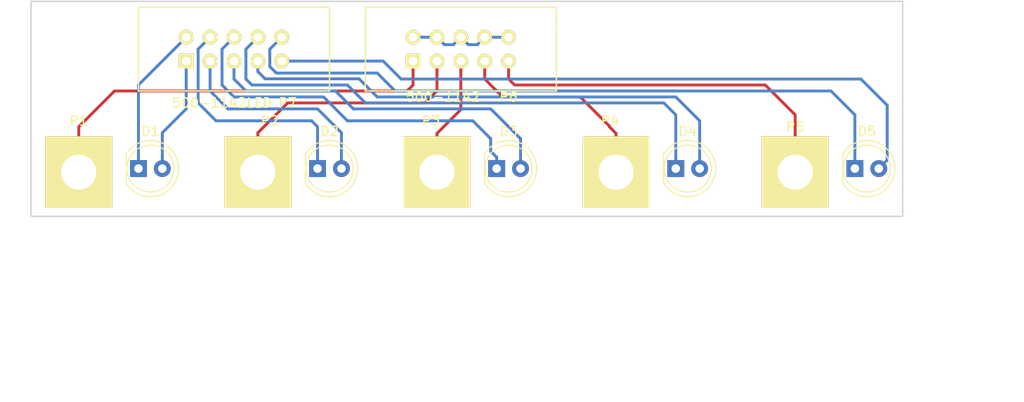
<source format=kicad_pcb>
(kicad_pcb (version 20171130) (host pcbnew "(5.0.2)-1")

  (general
    (thickness 1.6)
    (drawings 13)
    (tracks 96)
    (zones 0)
    (modules 12)
    (nets 17)
  )

  (page A)
  (title_block
    (title "Five Banana Jacks with LEDs")
  )

  (layers
    (0 F.Cu signal)
    (31 B.Cu signal)
    (32 B.Adhes user)
    (33 F.Adhes user)
    (34 B.Paste user)
    (35 F.Paste user)
    (36 B.SilkS user)
    (37 F.SilkS user)
    (38 B.Mask user)
    (39 F.Mask user)
    (40 Dwgs.User user)
    (41 Cmts.User user)
    (42 Eco1.User user)
    (43 Eco2.User user)
    (44 Edge.Cuts user)
    (45 Margin user)
    (46 B.CrtYd user)
    (47 F.CrtYd user)
    (48 B.Fab user)
    (49 F.Fab user)
  )

  (setup
    (last_trace_width 0.3048)
    (trace_clearance 0.3048)
    (zone_clearance 0.508)
    (zone_45_only no)
    (trace_min 0.2)
    (segment_width 0.2)
    (edge_width 0.15)
    (via_size 0.8)
    (via_drill 0.4)
    (via_min_size 0.4)
    (via_min_drill 0.3)
    (uvia_size 0.3)
    (uvia_drill 0.1)
    (uvias_allowed no)
    (uvia_min_size 0.2)
    (uvia_min_drill 0.1)
    (pcb_text_width 0.3)
    (pcb_text_size 1.5 1.5)
    (mod_edge_width 0.15)
    (mod_text_size 1 1)
    (mod_text_width 0.15)
    (pad_size 1.524 1.524)
    (pad_drill 0.762)
    (pad_to_mask_clearance 0.051)
    (solder_mask_min_width 0.25)
    (aux_axis_origin 0 0)
    (visible_elements FFFFFF7F)
    (pcbplotparams
      (layerselection 0x010f0_ffffffff)
      (usegerberextensions false)
      (usegerberattributes false)
      (usegerberadvancedattributes false)
      (creategerberjobfile false)
      (excludeedgelayer true)
      (linewidth 0.100000)
      (plotframeref false)
      (viasonmask false)
      (mode 1)
      (useauxorigin false)
      (hpglpennumber 1)
      (hpglpenspeed 20)
      (hpglpendiameter 15.000000)
      (psnegative false)
      (psa4output false)
      (plotreference true)
      (plotvalue true)
      (plotinvisibletext false)
      (padsonsilk false)
      (subtractmaskfromsilk false)
      (outputformat 1)
      (mirror false)
      (drillshape 0)
      (scaleselection 1)
      (outputdirectory "FAB/"))
  )

  (net 0 "")
  (net 1 "Net-(D1-Pad1)")
  (net 2 "Net-(D1-Pad2)")
  (net 3 "Net-(D2-Pad2)")
  (net 4 "Net-(D2-Pad1)")
  (net 5 "Net-(D3-Pad1)")
  (net 6 "Net-(D3-Pad2)")
  (net 7 "Net-(D4-Pad2)")
  (net 8 "Net-(D4-Pad1)")
  (net 9 "Net-(D5-Pad1)")
  (net 10 "Net-(D5-Pad2)")
  (net 11 "Net-(P1-Pad1)")
  (net 12 "Net-(P2-Pad1)")
  (net 13 "Net-(P3-Pad1)")
  (net 14 "Net-(P4-Pad1)")
  (net 15 "Net-(P5-Pad1)")
  (net 16 "Net-(P6-Pad10)")

  (net_class Default "This is the default net class."
    (clearance 0.3048)
    (trace_width 0.3048)
    (via_dia 0.8)
    (via_drill 0.4)
    (uvia_dia 0.3)
    (uvia_drill 0.1)
    (add_net "Net-(D1-Pad1)")
    (add_net "Net-(D1-Pad2)")
    (add_net "Net-(D2-Pad1)")
    (add_net "Net-(D2-Pad2)")
    (add_net "Net-(D3-Pad1)")
    (add_net "Net-(D3-Pad2)")
    (add_net "Net-(D4-Pad1)")
    (add_net "Net-(D4-Pad2)")
    (add_net "Net-(D5-Pad1)")
    (add_net "Net-(D5-Pad2)")
    (add_net "Net-(P1-Pad1)")
    (add_net "Net-(P2-Pad1)")
    (add_net "Net-(P3-Pad1)")
    (add_net "Net-(P4-Pad1)")
    (add_net "Net-(P5-Pad1)")
    (add_net "Net-(P6-Pad10)")
  )

  (module FootPrints:LED_5.0mm (layer F.Cu) (tedit 58A0C566) (tstamp 5C2C3F2A)
    (at 82.55 90.17)
    (descr "LED, diameter 5.0mm, 2 pins, http://cdn-reichelt.de/documents/datenblatt/A500/LL-504BC2E-009.pdf")
    (tags "LED diameter 5.0mm 2 pins")
    (path /5C2CE914)
    (fp_text reference D1 (at 1.27 -3.96) (layer F.SilkS)
      (effects (font (size 1 1) (thickness 0.15)))
    )
    (fp_text value LED_ALT (at 1.27 3.96) (layer F.Fab)
      (effects (font (size 1 1) (thickness 0.15)))
    )
    (fp_arc (start 1.27 0) (end -1.23 -1.469694) (angle 299.1) (layer F.Fab) (width 0.1))
    (fp_arc (start 1.27 0) (end -1.29 -1.54483) (angle 148.9) (layer F.SilkS) (width 0.12))
    (fp_arc (start 1.27 0) (end -1.29 1.54483) (angle -148.9) (layer F.SilkS) (width 0.12))
    (fp_circle (center 1.27 0) (end 3.77 0) (layer F.Fab) (width 0.1))
    (fp_circle (center 1.27 0) (end 3.77 0) (layer F.SilkS) (width 0.12))
    (fp_line (start -1.23 -1.469694) (end -1.23 1.469694) (layer F.Fab) (width 0.1))
    (fp_line (start -1.29 -1.545) (end -1.29 1.545) (layer F.SilkS) (width 0.12))
    (fp_line (start -1.95 -3.25) (end -1.95 3.25) (layer F.CrtYd) (width 0.05))
    (fp_line (start -1.95 3.25) (end 4.5 3.25) (layer F.CrtYd) (width 0.05))
    (fp_line (start 4.5 3.25) (end 4.5 -3.25) (layer F.CrtYd) (width 0.05))
    (fp_line (start 4.5 -3.25) (end -1.95 -3.25) (layer F.CrtYd) (width 0.05))
    (pad 1 thru_hole rect (at 0 0) (size 1.8 1.8) (drill 0.9144) (layers *.Cu *.Mask)
      (net 1 "Net-(D1-Pad1)"))
    (pad 2 thru_hole circle (at 2.54 0) (size 1.8 1.8) (drill 0.9144) (layers *.Cu *.Mask)
      (net 2 "Net-(D1-Pad2)"))
    (model LEDs.3dshapes/LED_D5.0mm.wrl
      (at (xyz 0 0 0))
      (scale (xyz 0.393701 0.393701 0.393701))
      (rotate (xyz 0 0 0))
    )
  )

  (module FootPrints:LED_5.0mm (layer F.Cu) (tedit 58A0C566) (tstamp 5C2C3F3B)
    (at 101.6 90.17)
    (descr "LED, diameter 5.0mm, 2 pins, http://cdn-reichelt.de/documents/datenblatt/A500/LL-504BC2E-009.pdf")
    (tags "LED diameter 5.0mm 2 pins")
    (path /5C2CEA54)
    (fp_text reference D2 (at 1.27 -3.96) (layer F.SilkS)
      (effects (font (size 1 1) (thickness 0.15)))
    )
    (fp_text value LED_ALT (at 1.27 3.96) (layer F.Fab)
      (effects (font (size 1 1) (thickness 0.15)))
    )
    (fp_line (start 4.5 -3.25) (end -1.95 -3.25) (layer F.CrtYd) (width 0.05))
    (fp_line (start 4.5 3.25) (end 4.5 -3.25) (layer F.CrtYd) (width 0.05))
    (fp_line (start -1.95 3.25) (end 4.5 3.25) (layer F.CrtYd) (width 0.05))
    (fp_line (start -1.95 -3.25) (end -1.95 3.25) (layer F.CrtYd) (width 0.05))
    (fp_line (start -1.29 -1.545) (end -1.29 1.545) (layer F.SilkS) (width 0.12))
    (fp_line (start -1.23 -1.469694) (end -1.23 1.469694) (layer F.Fab) (width 0.1))
    (fp_circle (center 1.27 0) (end 3.77 0) (layer F.SilkS) (width 0.12))
    (fp_circle (center 1.27 0) (end 3.77 0) (layer F.Fab) (width 0.1))
    (fp_arc (start 1.27 0) (end -1.29 1.54483) (angle -148.9) (layer F.SilkS) (width 0.12))
    (fp_arc (start 1.27 0) (end -1.29 -1.54483) (angle 148.9) (layer F.SilkS) (width 0.12))
    (fp_arc (start 1.27 0) (end -1.23 -1.469694) (angle 299.1) (layer F.Fab) (width 0.1))
    (pad 2 thru_hole circle (at 2.54 0) (size 1.8 1.8) (drill 0.9144) (layers *.Cu *.Mask)
      (net 3 "Net-(D2-Pad2)"))
    (pad 1 thru_hole rect (at 0 0) (size 1.8 1.8) (drill 0.9144) (layers *.Cu *.Mask)
      (net 4 "Net-(D2-Pad1)"))
    (model LEDs.3dshapes/LED_D5.0mm.wrl
      (at (xyz 0 0 0))
      (scale (xyz 0.393701 0.393701 0.393701))
      (rotate (xyz 0 0 0))
    )
  )

  (module FootPrints:LED_5.0mm (layer F.Cu) (tedit 58A0C566) (tstamp 5C2C3F4C)
    (at 120.65 90.17)
    (descr "LED, diameter 5.0mm, 2 pins, http://cdn-reichelt.de/documents/datenblatt/A500/LL-504BC2E-009.pdf")
    (tags "LED diameter 5.0mm 2 pins")
    (path /5C2D0969)
    (fp_text reference D3 (at 1.27 -3.96) (layer F.SilkS)
      (effects (font (size 1 1) (thickness 0.15)))
    )
    (fp_text value LED_ALT (at 1.27 3.96) (layer F.Fab)
      (effects (font (size 1 1) (thickness 0.15)))
    )
    (fp_arc (start 1.27 0) (end -1.23 -1.469694) (angle 299.1) (layer F.Fab) (width 0.1))
    (fp_arc (start 1.27 0) (end -1.29 -1.54483) (angle 148.9) (layer F.SilkS) (width 0.12))
    (fp_arc (start 1.27 0) (end -1.29 1.54483) (angle -148.9) (layer F.SilkS) (width 0.12))
    (fp_circle (center 1.27 0) (end 3.77 0) (layer F.Fab) (width 0.1))
    (fp_circle (center 1.27 0) (end 3.77 0) (layer F.SilkS) (width 0.12))
    (fp_line (start -1.23 -1.469694) (end -1.23 1.469694) (layer F.Fab) (width 0.1))
    (fp_line (start -1.29 -1.545) (end -1.29 1.545) (layer F.SilkS) (width 0.12))
    (fp_line (start -1.95 -3.25) (end -1.95 3.25) (layer F.CrtYd) (width 0.05))
    (fp_line (start -1.95 3.25) (end 4.5 3.25) (layer F.CrtYd) (width 0.05))
    (fp_line (start 4.5 3.25) (end 4.5 -3.25) (layer F.CrtYd) (width 0.05))
    (fp_line (start 4.5 -3.25) (end -1.95 -3.25) (layer F.CrtYd) (width 0.05))
    (pad 1 thru_hole rect (at 0 0) (size 1.8 1.8) (drill 0.9144) (layers *.Cu *.Mask)
      (net 5 "Net-(D3-Pad1)"))
    (pad 2 thru_hole circle (at 2.54 0) (size 1.8 1.8) (drill 0.9144) (layers *.Cu *.Mask)
      (net 6 "Net-(D3-Pad2)"))
    (model LEDs.3dshapes/LED_D5.0mm.wrl
      (at (xyz 0 0 0))
      (scale (xyz 0.393701 0.393701 0.393701))
      (rotate (xyz 0 0 0))
    )
  )

  (module FootPrints:LED_5.0mm (layer F.Cu) (tedit 58A0C566) (tstamp 5C2C3F5D)
    (at 139.7 90.17)
    (descr "LED, diameter 5.0mm, 2 pins, http://cdn-reichelt.de/documents/datenblatt/A500/LL-504BC2E-009.pdf")
    (tags "LED diameter 5.0mm 2 pins")
    (path /5C2D0A37)
    (fp_text reference D4 (at 1.27 -3.96) (layer F.SilkS)
      (effects (font (size 1 1) (thickness 0.15)))
    )
    (fp_text value LED_ALT (at 1.27 3.96) (layer F.Fab)
      (effects (font (size 1 1) (thickness 0.15)))
    )
    (fp_line (start 4.5 -3.25) (end -1.95 -3.25) (layer F.CrtYd) (width 0.05))
    (fp_line (start 4.5 3.25) (end 4.5 -3.25) (layer F.CrtYd) (width 0.05))
    (fp_line (start -1.95 3.25) (end 4.5 3.25) (layer F.CrtYd) (width 0.05))
    (fp_line (start -1.95 -3.25) (end -1.95 3.25) (layer F.CrtYd) (width 0.05))
    (fp_line (start -1.29 -1.545) (end -1.29 1.545) (layer F.SilkS) (width 0.12))
    (fp_line (start -1.23 -1.469694) (end -1.23 1.469694) (layer F.Fab) (width 0.1))
    (fp_circle (center 1.27 0) (end 3.77 0) (layer F.SilkS) (width 0.12))
    (fp_circle (center 1.27 0) (end 3.77 0) (layer F.Fab) (width 0.1))
    (fp_arc (start 1.27 0) (end -1.29 1.54483) (angle -148.9) (layer F.SilkS) (width 0.12))
    (fp_arc (start 1.27 0) (end -1.29 -1.54483) (angle 148.9) (layer F.SilkS) (width 0.12))
    (fp_arc (start 1.27 0) (end -1.23 -1.469694) (angle 299.1) (layer F.Fab) (width 0.1))
    (pad 2 thru_hole circle (at 2.54 0) (size 1.8 1.8) (drill 0.9144) (layers *.Cu *.Mask)
      (net 7 "Net-(D4-Pad2)"))
    (pad 1 thru_hole rect (at 0 0) (size 1.8 1.8) (drill 0.9144) (layers *.Cu *.Mask)
      (net 8 "Net-(D4-Pad1)"))
    (model LEDs.3dshapes/LED_D5.0mm.wrl
      (at (xyz 0 0 0))
      (scale (xyz 0.393701 0.393701 0.393701))
      (rotate (xyz 0 0 0))
    )
  )

  (module FootPrints:LED_5.0mm (layer F.Cu) (tedit 58A0C566) (tstamp 5C2C3F6E)
    (at 158.75 90.17)
    (descr "LED, diameter 5.0mm, 2 pins, http://cdn-reichelt.de/documents/datenblatt/A500/LL-504BC2E-009.pdf")
    (tags "LED diameter 5.0mm 2 pins")
    (path /5C2D0A3D)
    (fp_text reference D5 (at 1.27 -3.96) (layer F.SilkS)
      (effects (font (size 1 1) (thickness 0.15)))
    )
    (fp_text value LED_ALT (at 1.27 3.96) (layer F.Fab)
      (effects (font (size 1 1) (thickness 0.15)))
    )
    (fp_arc (start 1.27 0) (end -1.23 -1.469694) (angle 299.1) (layer F.Fab) (width 0.1))
    (fp_arc (start 1.27 0) (end -1.29 -1.54483) (angle 148.9) (layer F.SilkS) (width 0.12))
    (fp_arc (start 1.27 0) (end -1.29 1.54483) (angle -148.9) (layer F.SilkS) (width 0.12))
    (fp_circle (center 1.27 0) (end 3.77 0) (layer F.Fab) (width 0.1))
    (fp_circle (center 1.27 0) (end 3.77 0) (layer F.SilkS) (width 0.12))
    (fp_line (start -1.23 -1.469694) (end -1.23 1.469694) (layer F.Fab) (width 0.1))
    (fp_line (start -1.29 -1.545) (end -1.29 1.545) (layer F.SilkS) (width 0.12))
    (fp_line (start -1.95 -3.25) (end -1.95 3.25) (layer F.CrtYd) (width 0.05))
    (fp_line (start -1.95 3.25) (end 4.5 3.25) (layer F.CrtYd) (width 0.05))
    (fp_line (start 4.5 3.25) (end 4.5 -3.25) (layer F.CrtYd) (width 0.05))
    (fp_line (start 4.5 -3.25) (end -1.95 -3.25) (layer F.CrtYd) (width 0.05))
    (pad 1 thru_hole rect (at 0 0) (size 1.8 1.8) (drill 0.9144) (layers *.Cu *.Mask)
      (net 9 "Net-(D5-Pad1)"))
    (pad 2 thru_hole circle (at 2.54 0) (size 1.8 1.8) (drill 0.9144) (layers *.Cu *.Mask)
      (net 10 "Net-(D5-Pad2)"))
    (model LEDs.3dshapes/LED_D5.0mm.wrl
      (at (xyz 0 0 0))
      (scale (xyz 0.393701 0.393701 0.393701))
      (rotate (xyz 0 0 0))
    )
  )

  (module FootPrints:KF2-256-TerminalPad (layer F.Cu) (tedit 58852654) (tstamp 5C2C3F73)
    (at 76.2 95.25)
    (path /5C2CE3EA)
    (fp_text reference P1 (at 0 -10.16) (layer F.SilkS)
      (effects (font (size 1 1) (thickness 0.15)))
    )
    (fp_text value PAD-KF2-256 (at 0 1.27) (layer F.Fab)
      (effects (font (size 1 1) (thickness 0.15)))
    )
    (pad 1 thru_hole rect (at 0 -4.699) (size 7.112 7.62) (drill 3.7338) (layers *.Cu *.Mask F.SilkS)
      (net 11 "Net-(P1-Pad1)"))
  )

  (module FootPrints:KF2-256-TerminalPad (layer F.Cu) (tedit 58852654) (tstamp 5C2C3F78)
    (at 95.25 95.25)
    (path /5C2CE501)
    (fp_text reference P2 (at 1.27 -10.16) (layer F.SilkS)
      (effects (font (size 1 1) (thickness 0.15)))
    )
    (fp_text value PAD-KF2-256 (at 0 1.27) (layer F.Fab)
      (effects (font (size 1 1) (thickness 0.15)))
    )
    (pad 1 thru_hole rect (at 0 -4.699) (size 7.112 7.62) (drill 3.7338) (layers *.Cu *.Mask F.SilkS)
      (net 12 "Net-(P2-Pad1)"))
  )

  (module FootPrints:KF2-256-TerminalPad (layer F.Cu) (tedit 58852654) (tstamp 5C2C3F7D)
    (at 114.3 95.25)
    (path /5C2CE519)
    (fp_text reference P3 (at -0.635 -10.16) (layer F.SilkS)
      (effects (font (size 1 1) (thickness 0.15)))
    )
    (fp_text value PAD-KF2-256 (at 0 1.27) (layer F.Fab)
      (effects (font (size 1 1) (thickness 0.15)))
    )
    (pad 1 thru_hole rect (at 0 -4.699) (size 7.112 7.62) (drill 3.7338) (layers *.Cu *.Mask F.SilkS)
      (net 13 "Net-(P3-Pad1)"))
  )

  (module FootPrints:KF2-256-TerminalPad (layer F.Cu) (tedit 58852654) (tstamp 5C2C3F82)
    (at 133.35 95.25)
    (path /5C2CE533)
    (fp_text reference P4 (at -0.635 -10.16) (layer F.SilkS)
      (effects (font (size 1 1) (thickness 0.15)))
    )
    (fp_text value PAD-KF2-256 (at 0 1.27) (layer F.Fab)
      (effects (font (size 1 1) (thickness 0.15)))
    )
    (pad 1 thru_hole rect (at 0 -4.699) (size 7.112 7.62) (drill 3.7338) (layers *.Cu *.Mask F.SilkS)
      (net 14 "Net-(P4-Pad1)"))
  )

  (module FootPrints:KF2-256-TerminalPad (layer F.Cu) (tedit 58852654) (tstamp 5C2C3F87)
    (at 152.4 95.25)
    (path /5C2CE54F)
    (fp_text reference P5 (at 0 -9.525) (layer F.SilkS)
      (effects (font (size 1 1) (thickness 0.15)))
    )
    (fp_text value PAD-KF2-256 (at 0 1.27) (layer F.Fab)
      (effects (font (size 1 1) (thickness 0.15)))
    )
    (pad 1 thru_hole rect (at 0 -4.699) (size 7.112 7.62) (drill 3.7338) (layers *.Cu *.Mask F.SilkS)
      (net 15 "Net-(P5-Pad1)"))
  )

  (module FootPrints:IDC5x2_Vert (layer F.Cu) (tedit 58C2383B) (tstamp 5C2C3F9D)
    (at 116.84 77.47 180)
    (path /5C2CB0D1)
    (fp_text reference P6 (at -5.08 -5.08 180) (layer F.SilkS)
      (effects (font (size 1 1) (thickness 0.15)))
    )
    (fp_text value 500-1142 (at 1.905 -5.08 180) (layer F.SilkS)
      (effects (font (size 1 1) (thickness 0.15)))
    )
    (fp_line (start 10.16 4.445) (end 10.16 2.54) (layer F.SilkS) (width 0.15))
    (fp_line (start -10.16 4.445) (end 10.16 4.445) (layer F.SilkS) (width 0.15))
    (fp_line (start -10.16 2.54) (end -10.16 4.445) (layer F.SilkS) (width 0.15))
    (fp_line (start 10.16 -4.445) (end 10.16 -2.54) (layer F.SilkS) (width 0.15))
    (fp_line (start -10.16 -4.445) (end 10.16 -4.445) (layer F.SilkS) (width 0.15))
    (fp_line (start -10.16 -2.54) (end -10.16 -4.445) (layer F.SilkS) (width 0.15))
    (fp_line (start -10.16 2.54) (end -10.16 -2.54) (layer F.SilkS) (width 0.15))
    (fp_line (start 10.16 -2.54) (end 10.16 2.54) (layer F.SilkS) (width 0.15))
    (pad 1 thru_hole rect (at 5.08 -1.27 180) (size 1.5748 1.5748) (drill 0.9144) (layers *.Cu *.Mask F.SilkS)
      (net 11 "Net-(P1-Pad1)"))
    (pad 2 thru_hole circle (at 5.08 1.27 180) (size 1.5748 1.5748) (drill 0.9144) (layers *.Cu *.Mask F.SilkS)
      (net 16 "Net-(P6-Pad10)"))
    (pad 3 thru_hole circle (at 2.54 -1.27 180) (size 1.5748 1.5748) (drill 0.9144) (layers *.Cu *.Mask F.SilkS)
      (net 12 "Net-(P2-Pad1)"))
    (pad 4 thru_hole circle (at 2.54 1.27 180) (size 1.5748 1.5748) (drill 0.9144) (layers *.Cu *.Mask F.SilkS)
      (net 16 "Net-(P6-Pad10)"))
    (pad 5 thru_hole circle (at 0 -1.27 180) (size 1.5748 1.5748) (drill 0.9144) (layers *.Cu *.Mask F.SilkS)
      (net 13 "Net-(P3-Pad1)"))
    (pad 6 thru_hole circle (at 0 1.27 180) (size 1.5748 1.5748) (drill 0.9144) (layers *.Cu *.Mask F.SilkS)
      (net 16 "Net-(P6-Pad10)"))
    (pad 7 thru_hole circle (at -2.54 -1.27 180) (size 1.5748 1.5748) (drill 0.9144) (layers *.Cu *.Mask F.SilkS)
      (net 14 "Net-(P4-Pad1)"))
    (pad 8 thru_hole circle (at -2.54 1.27 180) (size 1.5748 1.5748) (drill 0.9144) (layers *.Cu *.Mask F.SilkS)
      (net 16 "Net-(P6-Pad10)"))
    (pad 9 thru_hole circle (at -5.08 -1.27 180) (size 1.5748 1.5748) (drill 0.9144) (layers *.Cu *.Mask F.SilkS)
      (net 15 "Net-(P5-Pad1)"))
    (pad 10 thru_hole circle (at -5.08 1.27 180) (size 1.5748 1.5748) (drill 0.9144) (layers *.Cu *.Mask F.SilkS)
      (net 16 "Net-(P6-Pad10)"))
  )

  (module FootPrints:IDC5x2_Vert (layer F.Cu) (tedit 58C2383B) (tstamp 5C2C3FB3)
    (at 92.71 77.47 180)
    (path /5C2D37BC)
    (fp_text reference P7 (at -5.715 -5.715 180) (layer F.SilkS)
      (effects (font (size 1 1) (thickness 0.15)))
    )
    (fp_text value 500-1142LED (at 1.27 -5.715 180) (layer F.SilkS)
      (effects (font (size 1 1) (thickness 0.15)))
    )
    (fp_line (start 10.16 -2.54) (end 10.16 2.54) (layer F.SilkS) (width 0.15))
    (fp_line (start -10.16 2.54) (end -10.16 -2.54) (layer F.SilkS) (width 0.15))
    (fp_line (start -10.16 -2.54) (end -10.16 -4.445) (layer F.SilkS) (width 0.15))
    (fp_line (start -10.16 -4.445) (end 10.16 -4.445) (layer F.SilkS) (width 0.15))
    (fp_line (start 10.16 -4.445) (end 10.16 -2.54) (layer F.SilkS) (width 0.15))
    (fp_line (start -10.16 2.54) (end -10.16 4.445) (layer F.SilkS) (width 0.15))
    (fp_line (start -10.16 4.445) (end 10.16 4.445) (layer F.SilkS) (width 0.15))
    (fp_line (start 10.16 4.445) (end 10.16 2.54) (layer F.SilkS) (width 0.15))
    (pad 10 thru_hole circle (at -5.08 1.27 180) (size 1.5748 1.5748) (drill 0.9144) (layers *.Cu *.Mask F.SilkS)
      (net 9 "Net-(D5-Pad1)"))
    (pad 9 thru_hole circle (at -5.08 -1.27 180) (size 1.5748 1.5748) (drill 0.9144) (layers *.Cu *.Mask F.SilkS)
      (net 10 "Net-(D5-Pad2)"))
    (pad 8 thru_hole circle (at -2.54 1.27 180) (size 1.5748 1.5748) (drill 0.9144) (layers *.Cu *.Mask F.SilkS)
      (net 8 "Net-(D4-Pad1)"))
    (pad 7 thru_hole circle (at -2.54 -1.27 180) (size 1.5748 1.5748) (drill 0.9144) (layers *.Cu *.Mask F.SilkS)
      (net 7 "Net-(D4-Pad2)"))
    (pad 6 thru_hole circle (at 0 1.27 180) (size 1.5748 1.5748) (drill 0.9144) (layers *.Cu *.Mask F.SilkS)
      (net 5 "Net-(D3-Pad1)"))
    (pad 5 thru_hole circle (at 0 -1.27 180) (size 1.5748 1.5748) (drill 0.9144) (layers *.Cu *.Mask F.SilkS)
      (net 6 "Net-(D3-Pad2)"))
    (pad 4 thru_hole circle (at 2.54 1.27 180) (size 1.5748 1.5748) (drill 0.9144) (layers *.Cu *.Mask F.SilkS)
      (net 4 "Net-(D2-Pad1)"))
    (pad 3 thru_hole circle (at 2.54 -1.27 180) (size 1.5748 1.5748) (drill 0.9144) (layers *.Cu *.Mask F.SilkS)
      (net 3 "Net-(D2-Pad2)"))
    (pad 2 thru_hole circle (at 5.08 1.27 180) (size 1.5748 1.5748) (drill 0.9144) (layers *.Cu *.Mask F.SilkS)
      (net 1 "Net-(D1-Pad1)"))
    (pad 1 thru_hole rect (at 5.08 -1.27 180) (size 1.5748 1.5748) (drill 0.9144) (layers *.Cu *.Mask F.SilkS)
      (net 2 "Net-(D1-Pad2)"))
  )

  (dimension 22.86 (width 0.3) (layer F.Fab)
    (gr_text "0.9000 in" (at 174.82 83.82 270) (layer F.Fab)
      (effects (font (size 1.5 1.5) (thickness 0.3)))
    )
    (feature1 (pts (xy 165.1 95.25) (xy 173.306421 95.25)))
    (feature2 (pts (xy 165.1 72.39) (xy 173.306421 72.39)))
    (crossbar (pts (xy 172.72 72.39) (xy 172.72 95.25)))
    (arrow1a (pts (xy 172.72 95.25) (xy 172.133579 94.123496)))
    (arrow1b (pts (xy 172.72 95.25) (xy 173.306421 94.123496)))
    (arrow2a (pts (xy 172.72 72.39) (xy 172.133579 73.516504)))
    (arrow2b (pts (xy 172.72 72.39) (xy 173.306421 73.516504)))
  )
  (dimension 92.71 (width 0.3) (layer F.Fab)
    (gr_text "3.6500 in" (at 117.475 116.4) (layer F.Fab)
      (effects (font (size 1.5 1.5) (thickness 0.3)))
    )
    (feature1 (pts (xy 163.83 96.52) (xy 163.83 114.886421)))
    (feature2 (pts (xy 71.12 96.52) (xy 71.12 114.886421)))
    (crossbar (pts (xy 71.12 114.3) (xy 163.83 114.3)))
    (arrow1a (pts (xy 163.83 114.3) (xy 162.703496 114.886421)))
    (arrow1b (pts (xy 163.83 114.3) (xy 162.703496 113.713579)))
    (arrow2a (pts (xy 71.12 114.3) (xy 72.246504 114.886421)))
    (arrow2b (pts (xy 71.12 114.3) (xy 72.246504 113.713579)))
  )
  (dimension 11.43 (width 0.3) (layer F.Fab)
    (gr_text "0.4500 in" (at 158.115 107.51) (layer F.Fab)
      (effects (font (size 1.5 1.5) (thickness 0.3)))
    )
    (feature1 (pts (xy 163.83 96.52) (xy 163.83 105.996421)))
    (feature2 (pts (xy 152.4 96.52) (xy 152.4 105.996421)))
    (crossbar (pts (xy 152.4 105.41) (xy 163.83 105.41)))
    (arrow1a (pts (xy 163.83 105.41) (xy 162.703496 105.996421)))
    (arrow1b (pts (xy 163.83 105.41) (xy 162.703496 104.823579)))
    (arrow2a (pts (xy 152.4 105.41) (xy 153.526504 105.996421)))
    (arrow2b (pts (xy 152.4 105.41) (xy 153.526504 104.823579)))
  )
  (dimension 19.05 (width 0.3) (layer F.Fab)
    (gr_text "0.7500 in" (at 142.875 107.51) (layer F.Fab)
      (effects (font (size 1.5 1.5) (thickness 0.3)))
    )
    (feature1 (pts (xy 152.4 96.52) (xy 152.4 105.996421)))
    (feature2 (pts (xy 133.35 96.52) (xy 133.35 105.996421)))
    (crossbar (pts (xy 133.35 105.41) (xy 152.4 105.41)))
    (arrow1a (pts (xy 152.4 105.41) (xy 151.273496 105.996421)))
    (arrow1b (pts (xy 152.4 105.41) (xy 151.273496 104.823579)))
    (arrow2a (pts (xy 133.35 105.41) (xy 134.476504 105.996421)))
    (arrow2b (pts (xy 133.35 105.41) (xy 134.476504 104.823579)))
  )
  (dimension 19.05 (width 0.3) (layer F.Fab)
    (gr_text "0.7500 in" (at 123.825 107.51) (layer F.Fab)
      (effects (font (size 1.5 1.5) (thickness 0.3)))
    )
    (feature1 (pts (xy 133.35 96.52) (xy 133.35 105.996421)))
    (feature2 (pts (xy 114.3 96.52) (xy 114.3 105.996421)))
    (crossbar (pts (xy 114.3 105.41) (xy 133.35 105.41)))
    (arrow1a (pts (xy 133.35 105.41) (xy 132.223496 105.996421)))
    (arrow1b (pts (xy 133.35 105.41) (xy 132.223496 104.823579)))
    (arrow2a (pts (xy 114.3 105.41) (xy 115.426504 105.996421)))
    (arrow2b (pts (xy 114.3 105.41) (xy 115.426504 104.823579)))
  )
  (dimension 19.05 (width 0.3) (layer F.Fab)
    (gr_text "0.7500 in" (at 104.775 107.51) (layer F.Fab)
      (effects (font (size 1.5 1.5) (thickness 0.3)))
    )
    (feature1 (pts (xy 114.3 96.52) (xy 114.3 105.996421)))
    (feature2 (pts (xy 95.25 96.52) (xy 95.25 105.996421)))
    (crossbar (pts (xy 95.25 105.41) (xy 114.3 105.41)))
    (arrow1a (pts (xy 114.3 105.41) (xy 113.173496 105.996421)))
    (arrow1b (pts (xy 114.3 105.41) (xy 113.173496 104.823579)))
    (arrow2a (pts (xy 95.25 105.41) (xy 96.376504 105.996421)))
    (arrow2b (pts (xy 95.25 105.41) (xy 96.376504 104.823579)))
  )
  (dimension 19.05 (width 0.3) (layer F.Fab)
    (gr_text "0.7500 in" (at 85.725 107.51) (layer F.Fab)
      (effects (font (size 1.5 1.5) (thickness 0.3)))
    )
    (feature1 (pts (xy 95.25 97.79) (xy 95.25 105.996421)))
    (feature2 (pts (xy 76.2 97.79) (xy 76.2 105.996421)))
    (crossbar (pts (xy 76.2 105.41) (xy 95.25 105.41)))
    (arrow1a (pts (xy 95.25 105.41) (xy 94.123496 105.996421)))
    (arrow1b (pts (xy 95.25 105.41) (xy 94.123496 104.823579)))
    (arrow2a (pts (xy 76.2 105.41) (xy 77.326504 105.996421)))
    (arrow2b (pts (xy 76.2 105.41) (xy 77.326504 104.823579)))
  )
  (dimension 5.08 (width 0.3) (layer F.Fab)
    (gr_text "0.2000 in" (at 73.66 107.51) (layer F.Fab)
      (effects (font (size 1.5 1.5) (thickness 0.3)))
    )
    (feature1 (pts (xy 76.2 97.79) (xy 76.2 105.996421)))
    (feature2 (pts (xy 71.12 97.79) (xy 71.12 105.996421)))
    (crossbar (pts (xy 71.12 105.41) (xy 76.2 105.41)))
    (arrow1a (pts (xy 76.2 105.41) (xy 75.073496 105.996421)))
    (arrow1b (pts (xy 76.2 105.41) (xy 75.073496 104.823579)))
    (arrow2a (pts (xy 71.12 105.41) (xy 72.246504 105.996421)))
    (arrow2b (pts (xy 71.12 105.41) (xy 72.246504 104.823579)))
  )
  (gr_line (start 71.12 72.39) (end 71.12 95.25) (layer Edge.Cuts) (width 0.15))
  (gr_line (start 72.39 72.39) (end 71.12 72.39) (layer Edge.Cuts) (width 0.15))
  (gr_line (start 163.83 72.39) (end 72.39 72.39) (layer Edge.Cuts) (width 0.15))
  (gr_line (start 163.83 95.25) (end 163.83 72.39) (layer Edge.Cuts) (width 0.15))
  (gr_line (start 71.12 95.25) (end 163.83 95.25) (layer Edge.Cuts) (width 0.15))

  (segment (start 82.55 81.28) (end 82.55 90.17) (width 0.3048) (layer B.Cu) (net 1))
  (segment (start 87.63 76.2) (end 82.55 81.28) (width 0.3048) (layer B.Cu) (net 1))
  (segment (start 85.09 86.36) (end 85.09 90.17) (width 0.3048) (layer B.Cu) (net 2))
  (segment (start 87.63 78.74) (end 87.63 83.82) (width 0.3048) (layer B.Cu) (net 2))
  (segment (start 87.63 83.82) (end 85.09 86.36) (width 0.3048) (layer B.Cu) (net 2))
  (segment (start 104.14 90.17) (end 104.14 86.36) (width 0.3048) (layer B.Cu) (net 3))
  (segment (start 104.14 86.36) (end 101.6 83.82) (width 0.3048) (layer B.Cu) (net 3))
  (segment (start 101.6 83.82) (end 92.075 83.82) (width 0.3048) (layer B.Cu) (net 3))
  (segment (start 92.075 83.82) (end 90.17 81.915) (width 0.3048) (layer B.Cu) (net 3))
  (segment (start 90.17 81.915) (end 90.17 78.74) (width 0.3048) (layer B.Cu) (net 3))
  (segment (start 88.9 77.47) (end 90.17 76.2) (width 0.3048) (layer B.Cu) (net 4))
  (segment (start 88.9 83.185) (end 88.9 77.47) (width 0.3048) (layer B.Cu) (net 4))
  (segment (start 90.805 85.09) (end 88.9 83.185) (width 0.3048) (layer B.Cu) (net 4))
  (segment (start 100.965 85.09) (end 90.805 85.09) (width 0.3048) (layer B.Cu) (net 4))
  (segment (start 101.6 90.17) (end 101.6 85.725) (width 0.3048) (layer B.Cu) (net 4))
  (segment (start 101.6 85.725) (end 100.965 85.09) (width 0.3048) (layer B.Cu) (net 4))
  (segment (start 120.65 88.9652) (end 120.015 88.3302) (width 0.3048) (layer B.Cu) (net 5))
  (segment (start 120.65 90.17) (end 120.65 88.9652) (width 0.3048) (layer B.Cu) (net 5))
  (segment (start 120.015 88.3302) (end 120.015 86.995) (width 0.3048) (layer B.Cu) (net 5))
  (segment (start 120.015 86.995) (end 118.11 85.09) (width 0.3048) (layer B.Cu) (net 5))
  (segment (start 118.11 85.09) (end 104.775 85.09) (width 0.3048) (layer B.Cu) (net 5))
  (segment (start 104.775 85.09) (end 102.235 82.55) (width 0.3048) (layer B.Cu) (net 5))
  (segment (start 102.235 82.55) (end 92.71 82.55) (width 0.3048) (layer B.Cu) (net 5))
  (segment (start 92.71 82.55) (end 91.44 81.28) (width 0.3048) (layer B.Cu) (net 5))
  (segment (start 91.44 81.28) (end 91.44 77.47) (width 0.3048) (layer B.Cu) (net 5))
  (segment (start 91.44 77.47) (end 92.71 76.2) (width 0.3048) (layer B.Cu) (net 5))
  (segment (start 92.71 80.645) (end 92.71 78.74) (width 0.3048) (layer B.Cu) (net 6))
  (segment (start 123.19 86.995) (end 120.015 83.82) (width 0.3048) (layer B.Cu) (net 6))
  (segment (start 123.19 90.17) (end 123.19 86.995) (width 0.3048) (layer B.Cu) (net 6))
  (segment (start 120.015 83.82) (end 105.41 83.82) (width 0.3048) (layer B.Cu) (net 6))
  (segment (start 105.41 83.82) (end 103.505 81.915) (width 0.3048) (layer B.Cu) (net 6))
  (segment (start 103.505 81.915) (end 93.98 81.915) (width 0.3048) (layer B.Cu) (net 6))
  (segment (start 93.98 81.915) (end 92.71 80.645) (width 0.3048) (layer B.Cu) (net 6))
  (segment (start 142.24 85.09) (end 139.7 82.55) (width 0.3048) (layer B.Cu) (net 7))
  (segment (start 95.25 79.853551) (end 95.25 78.74) (width 0.3048) (layer B.Cu) (net 7))
  (segment (start 96.016059 80.61961) (end 95.25 79.853551) (width 0.3048) (layer B.Cu) (net 7))
  (segment (start 106.01961 80.61961) (end 96.016059 80.61961) (width 0.3048) (layer B.Cu) (net 7))
  (segment (start 107.95 82.55) (end 106.01961 80.61961) (width 0.3048) (layer B.Cu) (net 7))
  (segment (start 139.7 82.55) (end 107.95 82.55) (width 0.3048) (layer B.Cu) (net 7))
  (segment (start 142.24 90.17) (end 142.24 85.09) (width 0.3048) (layer B.Cu) (net 7))
  (segment (start 139.7 84.455) (end 139.7 90.17) (width 0.3048) (layer B.Cu) (net 8))
  (segment (start 138.43 83.185) (end 139.7 84.455) (width 0.3048) (layer B.Cu) (net 8))
  (segment (start 95.25 76.2) (end 93.98 77.47) (width 0.3048) (layer B.Cu) (net 8))
  (segment (start 93.98 80.645) (end 94.615 81.28) (width 0.3048) (layer B.Cu) (net 8))
  (segment (start 94.615 81.28) (end 104.775 81.28) (width 0.3048) (layer B.Cu) (net 8))
  (segment (start 93.98 77.47) (end 93.98 80.645) (width 0.3048) (layer B.Cu) (net 8))
  (segment (start 104.775 81.28) (end 106.68 83.185) (width 0.3048) (layer B.Cu) (net 8))
  (segment (start 106.68 83.185) (end 138.43 83.185) (width 0.3048) (layer B.Cu) (net 8))
  (segment (start 97.21799 80.01) (end 96.52 79.31201) (width 0.3048) (layer B.Cu) (net 9))
  (segment (start 107.95 80.01) (end 97.21799 80.01) (width 0.3048) (layer B.Cu) (net 9))
  (segment (start 158.75 84.455) (end 156.21 81.915) (width 0.3048) (layer B.Cu) (net 9))
  (segment (start 109.855 81.915) (end 107.95 80.01) (width 0.3048) (layer B.Cu) (net 9))
  (segment (start 156.21 81.915) (end 109.855 81.915) (width 0.3048) (layer B.Cu) (net 9))
  (segment (start 158.75 90.17) (end 158.75 84.455) (width 0.3048) (layer B.Cu) (net 9))
  (segment (start 96.52 79.31201) (end 96.52 77.47) (width 0.3048) (layer B.Cu) (net 9))
  (segment (start 96.52 77.47) (end 97.79 76.2) (width 0.3048) (layer B.Cu) (net 9))
  (segment (start 162.189999 89.270001) (end 162.189999 83.449999) (width 0.3048) (layer B.Cu) (net 10))
  (segment (start 161.29 90.17) (end 162.189999 89.270001) (width 0.3048) (layer B.Cu) (net 10))
  (segment (start 162.189999 83.449999) (end 159.385 80.645) (width 0.3048) (layer B.Cu) (net 10))
  (segment (start 159.385 80.645) (end 110.49 80.645) (width 0.3048) (layer B.Cu) (net 10))
  (segment (start 110.49 80.645) (end 108.585 78.74) (width 0.3048) (layer B.Cu) (net 10))
  (segment (start 108.585 78.74) (end 97.79 78.74) (width 0.3048) (layer B.Cu) (net 10))
  (segment (start 111.76 81.28) (end 111.76 78.74) (width 0.3048) (layer F.Cu) (net 11))
  (segment (start 111.125 81.915) (end 111.76 81.28) (width 0.3048) (layer F.Cu) (net 11))
  (segment (start 80.01 81.915) (end 111.125 81.915) (width 0.3048) (layer F.Cu) (net 11))
  (segment (start 76.2 90.551) (end 76.2 85.725) (width 0.3048) (layer F.Cu) (net 11))
  (segment (start 76.2 85.725) (end 80.01 81.915) (width 0.3048) (layer F.Cu) (net 11))
  (segment (start 95.25 90.551) (end 95.25 86.36) (width 0.3048) (layer F.Cu) (net 12))
  (segment (start 95.25 86.36) (end 98.425 83.185) (width 0.3048) (layer F.Cu) (net 12))
  (segment (start 98.425 83.185) (end 113.03 83.185) (width 0.3048) (layer F.Cu) (net 12))
  (segment (start 113.03 83.185) (end 114.3 81.915) (width 0.3048) (layer F.Cu) (net 12))
  (segment (start 114.3 81.915) (end 114.3 78.74) (width 0.3048) (layer F.Cu) (net 12))
  (segment (start 116.84 79.853551) (end 116.84 78.74) (width 0.3048) (layer F.Cu) (net 13))
  (segment (start 116.84 83.8962) (end 116.84 79.853551) (width 0.3048) (layer F.Cu) (net 13))
  (segment (start 114.3 86.4362) (end 116.84 83.8962) (width 0.3048) (layer F.Cu) (net 13))
  (segment (start 114.3 90.551) (end 114.3 86.4362) (width 0.3048) (layer F.Cu) (net 13))
  (segment (start 133.35 86.4362) (end 132.6388 85.725) (width 0.3048) (layer F.Cu) (net 14))
  (segment (start 133.35 90.551) (end 133.35 86.4362) (width 0.3048) (layer F.Cu) (net 14))
  (segment (start 132.6388 85.725) (end 132.6388 85.6488) (width 0.3048) (layer F.Cu) (net 14))
  (segment (start 132.6388 85.6488) (end 129.54 82.55) (width 0.3048) (layer F.Cu) (net 14))
  (segment (start 129.54 82.55) (end 121.285 82.55) (width 0.3048) (layer F.Cu) (net 14))
  (segment (start 121.285 82.55) (end 119.38 80.645) (width 0.3048) (layer F.Cu) (net 14))
  (segment (start 119.38 80.645) (end 119.38 78.74) (width 0.3048) (layer F.Cu) (net 14))
  (segment (start 121.92 80.645) (end 121.92 78.74) (width 0.3048) (layer F.Cu) (net 15))
  (segment (start 122.555 81.28) (end 121.92 80.645) (width 0.3048) (layer F.Cu) (net 15))
  (segment (start 149.225 81.28) (end 122.555 81.28) (width 0.3048) (layer F.Cu) (net 15))
  (segment (start 152.4 90.551) (end 152.4 84.455) (width 0.3048) (layer F.Cu) (net 15))
  (segment (start 152.4 84.455) (end 149.225 81.28) (width 0.3048) (layer F.Cu) (net 15))
  (segment (start 111.76 76.2) (end 114.3 76.2) (width 0.3048) (layer B.Cu) (net 16))
  (segment (start 116.052601 76.987399) (end 116.84 76.2) (width 0.3048) (layer B.Cu) (net 16))
  (segment (start 115.087399 76.987399) (end 116.052601 76.987399) (width 0.3048) (layer B.Cu) (net 16))
  (segment (start 114.3 76.2) (end 115.087399 76.987399) (width 0.3048) (layer B.Cu) (net 16))
  (segment (start 118.592601 76.987399) (end 119.38 76.2) (width 0.3048) (layer B.Cu) (net 16))
  (segment (start 117.627399 76.987399) (end 118.592601 76.987399) (width 0.3048) (layer B.Cu) (net 16))
  (segment (start 116.84 76.2) (end 117.627399 76.987399) (width 0.3048) (layer B.Cu) (net 16))
  (segment (start 119.38 76.2) (end 121.92 76.2) (width 0.3048) (layer B.Cu) (net 16))

)

</source>
